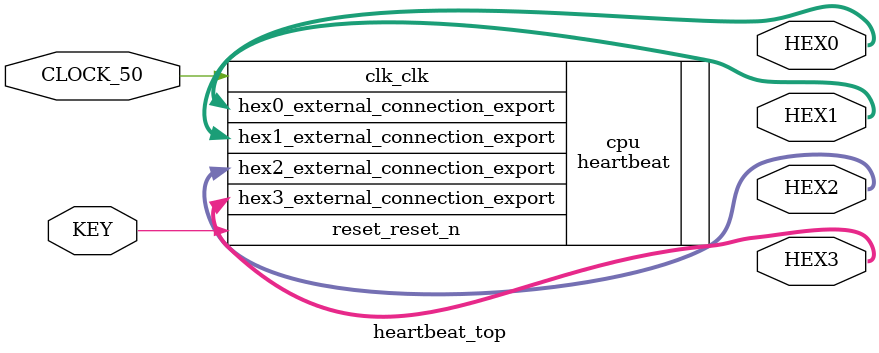
<source format=v>
module heartbeat_top
	(
		input wire CLOCK_50,
		input wire [0:0] KEY,
		output wire [6:0] HEX3, HEX2, HEX1, HEX0
	);
	
	heartbeat cpu (
		.clk_clk(CLOCK_50),
		.reset_reset_n(KEY[0]),
		.hex3_external_connection_export(HEX3),
		.hex2_external_connection_export(HEX2),
		.hex1_external_connection_export(HEX1),
		.hex0_external_connection_export(HEX0),
	);
endmodule

</source>
